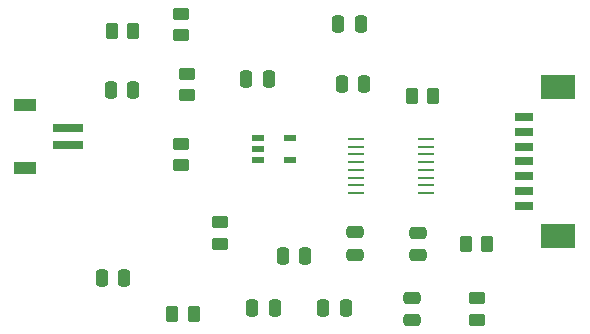
<source format=gtp>
G04 #@! TF.GenerationSoftware,KiCad,Pcbnew,8.0.6*
G04 #@! TF.CreationDate,2025-01-26T18:33:20-05:00*
G04 #@! TF.ProjectId,Mic_Board_Unidirectional,4d69635f-426f-4617-9264-5f556e696469,rev?*
G04 #@! TF.SameCoordinates,Original*
G04 #@! TF.FileFunction,Paste,Top*
G04 #@! TF.FilePolarity,Positive*
%FSLAX46Y46*%
G04 Gerber Fmt 4.6, Leading zero omitted, Abs format (unit mm)*
G04 Created by KiCad (PCBNEW 8.0.6) date 2025-01-26 18:33:20*
%MOMM*%
%LPD*%
G01*
G04 APERTURE LIST*
G04 Aperture macros list*
%AMRoundRect*
0 Rectangle with rounded corners*
0 $1 Rounding radius*
0 $2 $3 $4 $5 $6 $7 $8 $9 X,Y pos of 4 corners*
0 Add a 4 corners polygon primitive as box body*
4,1,4,$2,$3,$4,$5,$6,$7,$8,$9,$2,$3,0*
0 Add four circle primitives for the rounded corners*
1,1,$1+$1,$2,$3*
1,1,$1+$1,$4,$5*
1,1,$1+$1,$6,$7*
1,1,$1+$1,$8,$9*
0 Add four rect primitives between the rounded corners*
20,1,$1+$1,$2,$3,$4,$5,0*
20,1,$1+$1,$4,$5,$6,$7,0*
20,1,$1+$1,$6,$7,$8,$9,0*
20,1,$1+$1,$8,$9,$2,$3,0*%
G04 Aperture macros list end*
%ADD10R,1.409700X0.279400*%
%ADD11RoundRect,0.250000X0.450000X-0.262500X0.450000X0.262500X-0.450000X0.262500X-0.450000X-0.262500X0*%
%ADD12RoundRect,0.250000X0.475000X-0.250000X0.475000X0.250000X-0.475000X0.250000X-0.475000X-0.250000X0*%
%ADD13R,2.500000X0.700000*%
%ADD14R,1.900000X1.100000*%
%ADD15RoundRect,0.250000X-0.262500X-0.450000X0.262500X-0.450000X0.262500X0.450000X-0.262500X0.450000X0*%
%ADD16R,0.977900X0.508000*%
%ADD17RoundRect,0.250000X-0.475000X0.250000X-0.475000X-0.250000X0.475000X-0.250000X0.475000X0.250000X0*%
%ADD18RoundRect,0.250000X0.250000X0.475000X-0.250000X0.475000X-0.250000X-0.475000X0.250000X-0.475000X0*%
%ADD19RoundRect,0.250000X-0.250000X-0.475000X0.250000X-0.475000X0.250000X0.475000X-0.250000X0.475000X0*%
%ADD20R,1.600000X0.800000*%
%ADD21R,3.000000X2.100000*%
G04 APERTURE END LIST*
D10*
X158777750Y-79625003D03*
X158777750Y-80275001D03*
X158777750Y-80925003D03*
X158777750Y-81575001D03*
X158777750Y-82225000D03*
X158777750Y-82875001D03*
X158777750Y-83525000D03*
X158777750Y-84175001D03*
X164683250Y-84175001D03*
X164683250Y-83525003D03*
X164683250Y-82875001D03*
X164683250Y-82225003D03*
X164683250Y-81575004D03*
X164683250Y-80925003D03*
X164683250Y-80275004D03*
X164683250Y-79625003D03*
D11*
X144000000Y-81825000D03*
X144000000Y-80000000D03*
D12*
X158730500Y-89400002D03*
X158730500Y-87500002D03*
D13*
X134380500Y-78650002D03*
X134380500Y-80150002D03*
D14*
X130780500Y-76700002D03*
X130780500Y-82100002D03*
D15*
X143230500Y-94400002D03*
X145055500Y-94400002D03*
D11*
X144500000Y-75912500D03*
X144500000Y-74087500D03*
D16*
X150500000Y-79500000D03*
X150500000Y-80450001D03*
X150500000Y-81400002D03*
X153230500Y-81400002D03*
X153230500Y-79500000D03*
D15*
X168087500Y-88500000D03*
X169912500Y-88500000D03*
D17*
X163500000Y-93050000D03*
X163500000Y-94950000D03*
D18*
X157900000Y-93900002D03*
X156000000Y-93900002D03*
D15*
X163500000Y-76000000D03*
X165325000Y-76000000D03*
D19*
X137280500Y-91400002D03*
X139180500Y-91400002D03*
X157600000Y-75000000D03*
X159500000Y-75000000D03*
D12*
X164000000Y-89450000D03*
X164000000Y-87550000D03*
D11*
X147230500Y-88500000D03*
X147230500Y-86675000D03*
D15*
X138087500Y-70500000D03*
X139912500Y-70500000D03*
D19*
X152600000Y-89500000D03*
X154500000Y-89500000D03*
D20*
X173000000Y-85250000D03*
X173000000Y-84000000D03*
X173000000Y-82750000D03*
X173000000Y-81500000D03*
X173000000Y-80250000D03*
X173000000Y-79000000D03*
X173000000Y-77750000D03*
D21*
X175900000Y-87800000D03*
X175900000Y-75200000D03*
D11*
X144000000Y-70825000D03*
X144000000Y-69000000D03*
D19*
X157280500Y-69900002D03*
X159180500Y-69900002D03*
D11*
X169000000Y-94912500D03*
X169000000Y-93087500D03*
D18*
X151400000Y-74500000D03*
X149500000Y-74500000D03*
X139900000Y-75500000D03*
X138000000Y-75500000D03*
X151900000Y-93900002D03*
X150000000Y-93900002D03*
M02*

</source>
